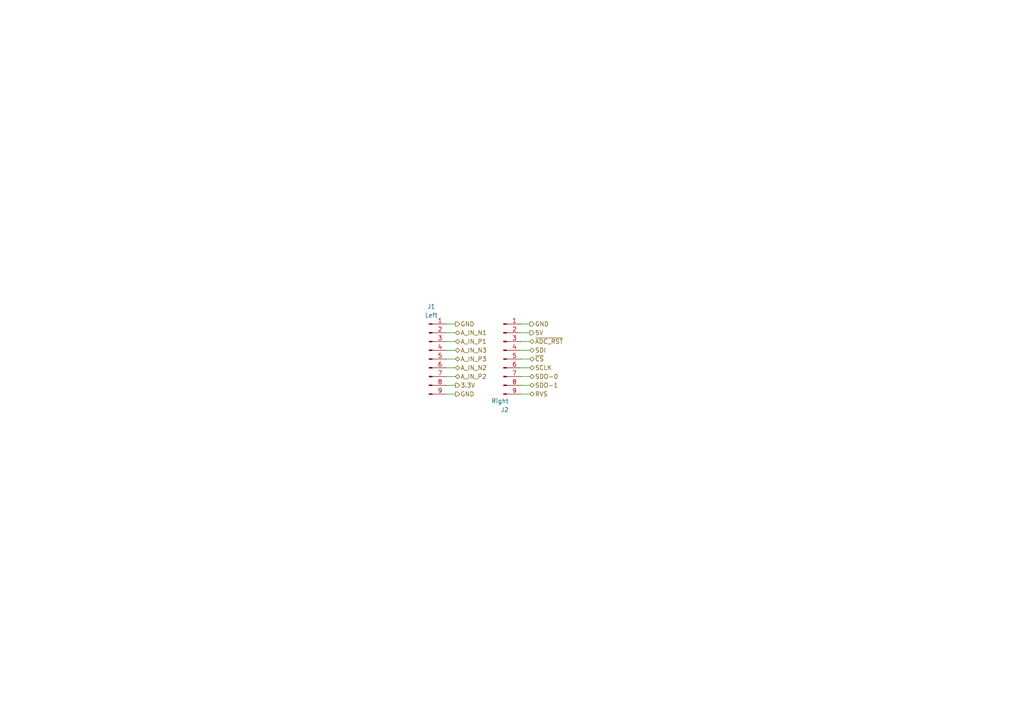
<source format=kicad_sch>
(kicad_sch (version 20250114) (generator "eeschema") (generator_version "9.0")
  (paper "A4")
  (lib_symbols
    (symbol "Connector:Conn_01x09_Pin" (pin_names (offset 1.016) (hide yes))
      (property "Reference" "J" (at 0 12.7 0))
      (property "Value" "Conn_01x09_Pin" (at 0 -12.7 0))
      (symbol "Conn_01x09_Pin_1_1"
        (rectangle (start 0.8636 10.287) (end 0 10.033) (stroke (width 0.1524)) (fill (type outline)))
        (rectangle (start 0.8636 7.747) (end 0 7.493) (stroke (width 0.1524)) (fill (type outline)))
        (rectangle (start 0.8636 5.207) (end 0 4.953) (stroke (width 0.1524)) (fill (type outline)))
        (rectangle (start 0.8636 2.667) (end 0 2.413) (stroke (width 0.1524)) (fill (type outline)))
        (rectangle (start 0.8636 0.127) (end 0 -0.127) (stroke (width 0.1524)) (fill (type outline)))
        (rectangle (start 0.8636 -2.413) (end 0 -2.667) (stroke (width 0.1524)) (fill (type outline)))
        (rectangle (start 0.8636 -4.953) (end 0 -5.207) (stroke (width 0.1524)) (fill (type outline)))
        (rectangle (start 0.8636 -7.493) (end 0 -7.747) (stroke (width 0.1524)) (fill (type outline)))
        (rectangle (start 0.8636 -10.033) (end 0 -10.287) (stroke (width 0.1524)) (fill (type outline)))
        (polyline (pts (xy 1.27 10.16) (xy 0.8636 10.16)) (stroke (width 0.1524)))
        (polyline (pts (xy 1.27 7.62) (xy 0.8636 7.62)) (stroke (width 0.1524)))
        (polyline (pts (xy 1.27 5.08) (xy 0.8636 5.08)) (stroke (width 0.1524)))
        (polyline (pts (xy 1.27 2.54) (xy 0.8636 2.54)) (stroke (width 0.1524)))
        (polyline (pts (xy 1.27 0) (xy 0.8636 0)) (stroke (width 0.1524)))
        (polyline (pts (xy 1.27 -2.54) (xy 0.8636 -2.54)) (stroke (width 0.1524)))
        (polyline (pts (xy 1.27 -5.08) (xy 0.8636 -5.08)) (stroke (width 0.1524)))
        (polyline (pts (xy 1.27 -7.62) (xy 0.8636 -7.62)) (stroke (width 0.1524)))
        (polyline (pts (xy 1.27 -10.16) (xy 0.8636 -10.16)) (stroke (width 0.1524)))
        (pin passive line (at 5.08 10.16 180) (length 3.81) (name "Pin_1") (number "1"))
        (pin passive line (at 5.08 7.62 180) (length 3.81) (name "Pin_2") (number "2"))
        (pin passive line (at 5.08 5.08 180) (length 3.81) (name "Pin_3") (number "3"))
        (pin passive line (at 5.08 2.54 180) (length 3.81) (name "Pin_4") (number "4"))
        (pin passive line (at 5.08 0 180) (length 3.81) (name "Pin_5") (number "5"))
        (pin passive line (at 5.08 -2.54 180) (length 3.81) (name "Pin_6") (number "6"))
        (pin passive line (at 5.08 -5.08 180) (length 3.81) (name "Pin_7") (number "7"))
        (pin passive line (at 5.08 -7.62 180) (length 3.81) (name "Pin_8") (number "8"))
        (pin passive line (at 5.08 -10.16 180) (length 3.81) (name "Pin_9") (number "9"))
      )
    )
  )
  (wire (pts (xy 129.54 114.3) (xy 132.08 114.3)))
  (wire (pts (xy 151.13 104.14) (xy 153.67 104.14)))
  (wire (pts (xy 151.13 109.22) (xy 153.67 109.22)))
  (wire (pts (xy 129.54 99.06) (xy 132.08 99.06)))
  (wire (pts (xy 151.13 101.6) (xy 153.67 101.6)))
  (wire (pts (xy 151.13 93.98) (xy 153.67 93.98)))
  (wire (pts (xy 151.13 96.52) (xy 153.67 96.52)))
  (wire (pts (xy 151.13 114.3) (xy 153.67 114.3)))
  (wire (pts (xy 129.54 96.52) (xy 132.08 96.52)))
  (wire (pts (xy 151.13 99.06) (xy 153.67 99.06)))
  (wire (pts (xy 129.54 106.68) (xy 132.08 106.68)))
  (wire (pts (xy 129.54 101.6) (xy 132.08 101.6)))
  (wire (pts (xy 129.54 93.98) (xy 132.08 93.98)))
  (wire (pts (xy 129.54 109.22) (xy 132.08 109.22)))
  (wire (pts (xy 129.54 111.76) (xy 132.08 111.76)))
  (wire (pts (xy 151.13 111.76) (xy 153.67 111.76)))
  (wire (pts (xy 129.54 104.14) (xy 132.08 104.14)))
  (wire (pts (xy 151.13 106.68) (xy 153.67 106.68)))
  (hierarchical_label "A_IN_P2" (shape bidirectional) (at 132.08 109.22 0))
  (hierarchical_label "SDO-0" (shape bidirectional) (at 153.67 109.22 0))
  (hierarchical_label "~{ADC_RST}" (shape bidirectional) (at 153.67 99.06 0))
  (hierarchical_label "SDI" (shape bidirectional) (at 153.67 101.6 0))
  (hierarchical_label "5V" (shape output) (at 153.67 96.52 0))
  (hierarchical_label "GND" (shape output) (at 132.08 114.3 0))
  (hierarchical_label "A_IN_N2" (shape bidirectional) (at 132.08 106.68 0))
  (hierarchical_label "A_IN_N1" (shape bidirectional) (at 132.08 96.52 0))
  (hierarchical_label "SDO-1" (shape bidirectional) (at 153.67 111.76 0))
  (hierarchical_label "GND" (shape output) (at 153.67 93.98 0))
  (hierarchical_label "GND" (shape output) (at 132.08 93.98 0))
  (hierarchical_label "SCLK" (shape bidirectional) (at 153.67 106.68 0))
  (hierarchical_label "~{CS}" (shape bidirectional) (at 153.67 104.14 0))
  (hierarchical_label "A_IN_P1" (shape bidirectional) (at 132.08 99.06 0))
  (hierarchical_label "RVS" (shape bidirectional) (at 153.67 114.3 0))
  (hierarchical_label "A_IN_P3" (shape bidirectional) (at 132.08 104.14 0))
  (hierarchical_label "A_IN_N3" (shape bidirectional) (at 132.08 101.6 0))
  (hierarchical_label "3.3V" (shape output) (at 132.08 111.76 0))
  (symbol (lib_id "Connector:Conn_01x09_Pin") (at 146.05 104.14 0) (unit 1)
    (property "Reference" "J2" (at 147.574 118.872 0) (effects (justify right)))
    (property "Value" "Right" (at 147.574 116.332 0) (effects (justify right)))
    (property "Footprint" "Connector_PinHeader_2.54mm:PinHeader_1x09_P2.54mm_Vertical" (effects (hide yes)))
    (property "Description" "Generic connector, single row, 01x09, script generated" (effects (hide yes)))
  )
  (symbol (lib_id "Connector:Conn_01x09_Pin") (at 124.46 104.14 0) (unit 1)
    (property "Reference" "J1" (at 125.095 88.9 0))
    (property "Value" "Left" (at 125.095 91.44 0))
    (property "Footprint" "Connector_PinHeader_2.54mm:PinHeader_1x09_P2.54mm_Vertical" (effects (hide yes)))
    (property "Description" "Generic connector, single row, 01x09, script generated" (effects (hide yes)))
  )
)
</source>
